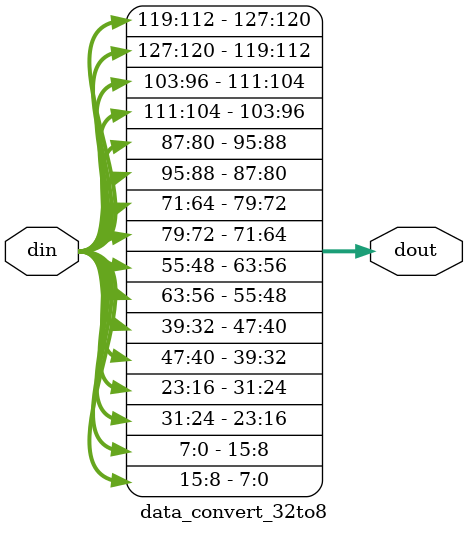
<source format=v>
module   data_convert_32to8(
							input  [127:0]din,
							output [127:0]dout
							);


assign dout = {din[119:112],din[127:120],din[103:96],din[111:104],din[87:80],din[95:88],din[71:64],din[79:72],
			   din[55:48],din[63:56],din[39:32],din[47:40],din[23:16],din[31:24],din[7:0],din[15:8]};

endmodule


</source>
